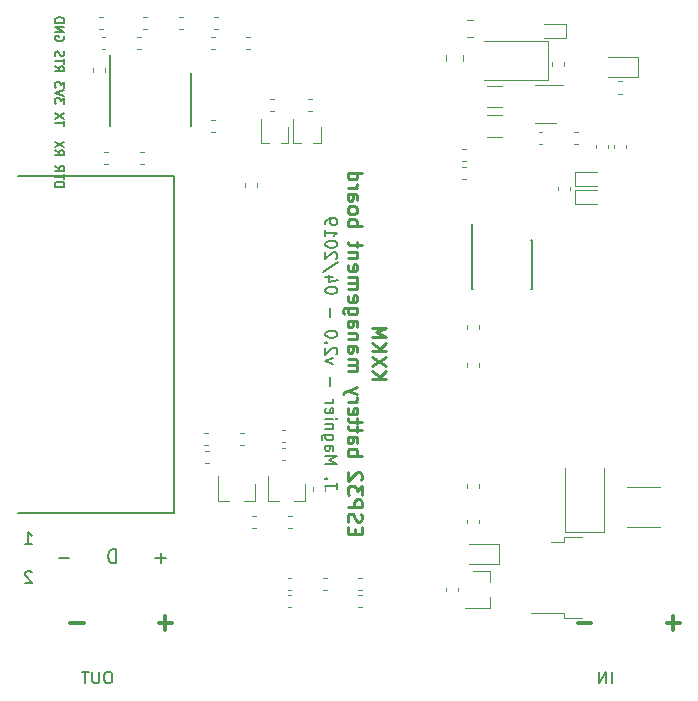
<source format=gbo>
G04 #@! TF.GenerationSoftware,KiCad,Pcbnew,5.1.0*
G04 #@! TF.CreationDate,2019-04-16T13:05:14+02:00*
G04 #@! TF.ProjectId,KXKM_audio_battery_module,4b584b4d-5f61-4756-9469-6f5f62617474,2.0*
G04 #@! TF.SameCoordinates,PX623a7c0PY839b680*
G04 #@! TF.FileFunction,Legend,Bot*
G04 #@! TF.FilePolarity,Positive*
%FSLAX46Y46*%
G04 Gerber Fmt 4.6, Leading zero omitted, Abs format (unit mm)*
G04 Created by KiCad (PCBNEW 5.1.0) date 2019-04-16 13:05:14*
%MOMM*%
%LPD*%
G04 APERTURE LIST*
%ADD10C,0.200000*%
%ADD11C,0.150000*%
%ADD12C,0.250000*%
%ADD13C,0.300000*%
%ADD14C,0.120000*%
G04 APERTURE END LIST*
D10*
X12542857Y10914286D02*
X11628571Y10914286D01*
X12085714Y10457143D02*
X12085714Y11371429D01*
X8314285Y10457143D02*
X8314285Y11657143D01*
X8028571Y11657143D01*
X7857142Y11600000D01*
X7742857Y11485715D01*
X7685714Y11371429D01*
X7628571Y11142858D01*
X7628571Y10971429D01*
X7685714Y10742858D01*
X7742857Y10628572D01*
X7857142Y10514286D01*
X8028571Y10457143D01*
X8314285Y10457143D01*
X4371428Y10914286D02*
X3457142Y10914286D01*
D11*
X50273809Y297620D02*
X50273809Y1297620D01*
X49797619Y297620D02*
X49797619Y1297620D01*
X49226190Y297620D01*
X49226190Y1297620D01*
X7750000Y1297620D02*
X7559523Y1297620D01*
X7464285Y1250000D01*
X7369047Y1154762D01*
X7321428Y964286D01*
X7321428Y630953D01*
X7369047Y440477D01*
X7464285Y345239D01*
X7559523Y297620D01*
X7750000Y297620D01*
X7845238Y345239D01*
X7940476Y440477D01*
X7988095Y630953D01*
X7988095Y964286D01*
X7940476Y1154762D01*
X7845238Y1250000D01*
X7750000Y1297620D01*
X6892857Y1297620D02*
X6892857Y488096D01*
X6845238Y392858D01*
X6797619Y345239D01*
X6702380Y297620D01*
X6511904Y297620D01*
X6416666Y345239D01*
X6369047Y392858D01*
X6321428Y488096D01*
X6321428Y1297620D01*
X5988095Y1297620D02*
X5416666Y1297620D01*
X5702380Y297620D02*
X5702380Y1297620D01*
X614285Y12097620D02*
X1185714Y12097620D01*
X900000Y12097620D02*
X900000Y13097620D01*
X995238Y12954762D01*
X1090476Y12859524D01*
X1185714Y12811905D01*
X1185714Y9702381D02*
X1138095Y9750000D01*
X1042857Y9797620D01*
X804761Y9797620D01*
X709523Y9750000D01*
X661904Y9702381D01*
X614285Y9607143D01*
X614285Y9511905D01*
X661904Y9369048D01*
X1233333Y8797620D01*
X614285Y8797620D01*
D10*
X13250000Y43250000D02*
X13250000Y38750000D01*
X0Y43250000D02*
X13250000Y43250000D01*
X13250000Y14750000D02*
X13250000Y38750000D01*
X0Y14750000D02*
X13250000Y14750000D01*
X27047619Y16726191D02*
X27047619Y17297620D01*
X26047619Y17011905D02*
X27047619Y17011905D01*
X26142857Y17630953D02*
X26095238Y17678572D01*
X26047619Y17630953D01*
X26095238Y17583334D01*
X26142857Y17630953D01*
X26047619Y17630953D01*
X26047619Y18869048D02*
X27047619Y18869048D01*
X26333333Y19202381D01*
X27047619Y19535715D01*
X26047619Y19535715D01*
X26047619Y20440477D02*
X26571428Y20440477D01*
X26666666Y20392858D01*
X26714285Y20297620D01*
X26714285Y20107143D01*
X26666666Y20011905D01*
X26095238Y20440477D02*
X26047619Y20345239D01*
X26047619Y20107143D01*
X26095238Y20011905D01*
X26190476Y19964286D01*
X26285714Y19964286D01*
X26380952Y20011905D01*
X26428571Y20107143D01*
X26428571Y20345239D01*
X26476190Y20440477D01*
X26714285Y21345239D02*
X25904761Y21345239D01*
X25809523Y21297620D01*
X25761904Y21250000D01*
X25714285Y21154762D01*
X25714285Y21011905D01*
X25761904Y20916667D01*
X26095238Y21345239D02*
X26047619Y21250000D01*
X26047619Y21059524D01*
X26095238Y20964286D01*
X26142857Y20916667D01*
X26238095Y20869048D01*
X26523809Y20869048D01*
X26619047Y20916667D01*
X26666666Y20964286D01*
X26714285Y21059524D01*
X26714285Y21250000D01*
X26666666Y21345239D01*
X26714285Y21821429D02*
X26047619Y21821429D01*
X26619047Y21821429D02*
X26666666Y21869048D01*
X26714285Y21964286D01*
X26714285Y22107143D01*
X26666666Y22202381D01*
X26571428Y22250000D01*
X26047619Y22250000D01*
X26047619Y22726191D02*
X26714285Y22726191D01*
X27047619Y22726191D02*
X27000000Y22678572D01*
X26952380Y22726191D01*
X27000000Y22773810D01*
X27047619Y22726191D01*
X26952380Y22726191D01*
X26095238Y23583334D02*
X26047619Y23488096D01*
X26047619Y23297620D01*
X26095238Y23202381D01*
X26190476Y23154762D01*
X26571428Y23154762D01*
X26666666Y23202381D01*
X26714285Y23297620D01*
X26714285Y23488096D01*
X26666666Y23583334D01*
X26571428Y23630953D01*
X26476190Y23630953D01*
X26380952Y23154762D01*
X26047619Y24059524D02*
X26714285Y24059524D01*
X26523809Y24059524D02*
X26619047Y24107143D01*
X26666666Y24154762D01*
X26714285Y24250000D01*
X26714285Y24345239D01*
X26428571Y25440477D02*
X26428571Y26202381D01*
X26714285Y27345239D02*
X26047619Y27583334D01*
X26714285Y27821429D01*
X26952380Y28154762D02*
X27000000Y28202381D01*
X27047619Y28297620D01*
X27047619Y28535715D01*
X27000000Y28630953D01*
X26952380Y28678572D01*
X26857142Y28726191D01*
X26761904Y28726191D01*
X26619047Y28678572D01*
X26047619Y28107143D01*
X26047619Y28726191D01*
X26142857Y29154762D02*
X26095238Y29202381D01*
X26047619Y29154762D01*
X26095238Y29107143D01*
X26142857Y29154762D01*
X26047619Y29154762D01*
X27047619Y29821429D02*
X27047619Y29916667D01*
X27000000Y30011905D01*
X26952380Y30059524D01*
X26857142Y30107143D01*
X26666666Y30154762D01*
X26428571Y30154762D01*
X26238095Y30107143D01*
X26142857Y30059524D01*
X26095238Y30011905D01*
X26047619Y29916667D01*
X26047619Y29821429D01*
X26095238Y29726191D01*
X26142857Y29678572D01*
X26238095Y29630953D01*
X26428571Y29583334D01*
X26666666Y29583334D01*
X26857142Y29630953D01*
X26952380Y29678572D01*
X27000000Y29726191D01*
X27047619Y29821429D01*
X26428571Y31345239D02*
X26428571Y32107143D01*
X27047619Y33535715D02*
X27047619Y33630953D01*
X27000000Y33726191D01*
X26952380Y33773810D01*
X26857142Y33821429D01*
X26666666Y33869048D01*
X26428571Y33869048D01*
X26238095Y33821429D01*
X26142857Y33773810D01*
X26095238Y33726191D01*
X26047619Y33630953D01*
X26047619Y33535715D01*
X26095238Y33440477D01*
X26142857Y33392858D01*
X26238095Y33345239D01*
X26428571Y33297620D01*
X26666666Y33297620D01*
X26857142Y33345239D01*
X26952380Y33392858D01*
X27000000Y33440477D01*
X27047619Y33535715D01*
X26714285Y34726191D02*
X26047619Y34726191D01*
X27095238Y34488096D02*
X26380952Y34250000D01*
X26380952Y34869048D01*
X27095238Y35964286D02*
X25809523Y35107143D01*
X26952380Y36250000D02*
X27000000Y36297620D01*
X27047619Y36392858D01*
X27047619Y36630953D01*
X27000000Y36726191D01*
X26952380Y36773810D01*
X26857142Y36821429D01*
X26761904Y36821429D01*
X26619047Y36773810D01*
X26047619Y36202381D01*
X26047619Y36821429D01*
X27047619Y37440477D02*
X27047619Y37535715D01*
X27000000Y37630953D01*
X26952380Y37678572D01*
X26857142Y37726191D01*
X26666666Y37773810D01*
X26428571Y37773810D01*
X26238095Y37726191D01*
X26142857Y37678572D01*
X26095238Y37630953D01*
X26047619Y37535715D01*
X26047619Y37440477D01*
X26095238Y37345239D01*
X26142857Y37297620D01*
X26238095Y37250000D01*
X26428571Y37202381D01*
X26666666Y37202381D01*
X26857142Y37250000D01*
X26952380Y37297620D01*
X27000000Y37345239D01*
X27047619Y37440477D01*
X26047619Y38726191D02*
X26047619Y38154762D01*
X26047619Y38440477D02*
X27047619Y38440477D01*
X26904761Y38345239D01*
X26809523Y38250000D01*
X26761904Y38154762D01*
X26047619Y39202381D02*
X26047619Y39392858D01*
X26095238Y39488096D01*
X26142857Y39535715D01*
X26285714Y39630953D01*
X26476190Y39678572D01*
X26857142Y39678572D01*
X26952380Y39630953D01*
X27000000Y39583334D01*
X27047619Y39488096D01*
X27047619Y39297620D01*
X27000000Y39202381D01*
X26952380Y39154762D01*
X26857142Y39107143D01*
X26619047Y39107143D01*
X26523809Y39154762D01*
X26476190Y39202381D01*
X26428571Y39297620D01*
X26428571Y39488096D01*
X26476190Y39583334D01*
X26523809Y39630953D01*
X26619047Y39678572D01*
D12*
X29982142Y26078572D02*
X31182142Y26078572D01*
X29982142Y26764286D02*
X30667857Y26250000D01*
X31182142Y26764286D02*
X30496428Y26078572D01*
X31182142Y27164286D02*
X29982142Y27964286D01*
X31182142Y27964286D02*
X29982142Y27164286D01*
X29982142Y28421429D02*
X31182142Y28421429D01*
X29982142Y29107143D02*
X30667857Y28592858D01*
X31182142Y29107143D02*
X30496428Y28421429D01*
X29982142Y29621429D02*
X31182142Y29621429D01*
X30325000Y30021429D01*
X31182142Y30421429D01*
X29982142Y30421429D01*
X28560714Y12964286D02*
X28560714Y13364286D01*
X27932142Y13535715D02*
X27932142Y12964286D01*
X29132142Y12964286D01*
X29132142Y13535715D01*
X27989285Y13992858D02*
X27932142Y14164286D01*
X27932142Y14450000D01*
X27989285Y14564286D01*
X28046428Y14621429D01*
X28160714Y14678572D01*
X28275000Y14678572D01*
X28389285Y14621429D01*
X28446428Y14564286D01*
X28503571Y14450000D01*
X28560714Y14221429D01*
X28617857Y14107143D01*
X28675000Y14050000D01*
X28789285Y13992858D01*
X28903571Y13992858D01*
X29017857Y14050000D01*
X29075000Y14107143D01*
X29132142Y14221429D01*
X29132142Y14507143D01*
X29075000Y14678572D01*
X27932142Y15192858D02*
X29132142Y15192858D01*
X29132142Y15650000D01*
X29075000Y15764286D01*
X29017857Y15821429D01*
X28903571Y15878572D01*
X28732142Y15878572D01*
X28617857Y15821429D01*
X28560714Y15764286D01*
X28503571Y15650000D01*
X28503571Y15192858D01*
X29132142Y16278572D02*
X29132142Y17021429D01*
X28675000Y16621429D01*
X28675000Y16792858D01*
X28617857Y16907143D01*
X28560714Y16964286D01*
X28446428Y17021429D01*
X28160714Y17021429D01*
X28046428Y16964286D01*
X27989285Y16907143D01*
X27932142Y16792858D01*
X27932142Y16450000D01*
X27989285Y16335715D01*
X28046428Y16278572D01*
X29017857Y17478572D02*
X29075000Y17535715D01*
X29132142Y17650000D01*
X29132142Y17935715D01*
X29075000Y18050000D01*
X29017857Y18107143D01*
X28903571Y18164286D01*
X28789285Y18164286D01*
X28617857Y18107143D01*
X27932142Y17421429D01*
X27932142Y18164286D01*
X27932142Y19592858D02*
X29132142Y19592858D01*
X28675000Y19592858D02*
X28732142Y19707143D01*
X28732142Y19935715D01*
X28675000Y20050000D01*
X28617857Y20107143D01*
X28503571Y20164286D01*
X28160714Y20164286D01*
X28046428Y20107143D01*
X27989285Y20050000D01*
X27932142Y19935715D01*
X27932142Y19707143D01*
X27989285Y19592858D01*
X27932142Y21192858D02*
X28560714Y21192858D01*
X28675000Y21135715D01*
X28732142Y21021429D01*
X28732142Y20792858D01*
X28675000Y20678572D01*
X27989285Y21192858D02*
X27932142Y21078572D01*
X27932142Y20792858D01*
X27989285Y20678572D01*
X28103571Y20621429D01*
X28217857Y20621429D01*
X28332142Y20678572D01*
X28389285Y20792858D01*
X28389285Y21078572D01*
X28446428Y21192858D01*
X28732142Y21592858D02*
X28732142Y22050000D01*
X29132142Y21764286D02*
X28103571Y21764286D01*
X27989285Y21821429D01*
X27932142Y21935715D01*
X27932142Y22050000D01*
X28732142Y22278572D02*
X28732142Y22735715D01*
X29132142Y22450000D02*
X28103571Y22450000D01*
X27989285Y22507143D01*
X27932142Y22621429D01*
X27932142Y22735715D01*
X27989285Y23592858D02*
X27932142Y23478572D01*
X27932142Y23250000D01*
X27989285Y23135715D01*
X28103571Y23078572D01*
X28560714Y23078572D01*
X28675000Y23135715D01*
X28732142Y23250000D01*
X28732142Y23478572D01*
X28675000Y23592858D01*
X28560714Y23650000D01*
X28446428Y23650000D01*
X28332142Y23078572D01*
X27932142Y24164286D02*
X28732142Y24164286D01*
X28503571Y24164286D02*
X28617857Y24221429D01*
X28675000Y24278572D01*
X28732142Y24392858D01*
X28732142Y24507143D01*
X28732142Y24792858D02*
X27932142Y25078572D01*
X28732142Y25364286D02*
X27932142Y25078572D01*
X27646428Y24964286D01*
X27589285Y24907143D01*
X27532142Y24792858D01*
X27932142Y26735715D02*
X28732142Y26735715D01*
X28617857Y26735715D02*
X28675000Y26792858D01*
X28732142Y26907143D01*
X28732142Y27078572D01*
X28675000Y27192858D01*
X28560714Y27250000D01*
X27932142Y27250000D01*
X28560714Y27250000D02*
X28675000Y27307143D01*
X28732142Y27421429D01*
X28732142Y27592858D01*
X28675000Y27707143D01*
X28560714Y27764286D01*
X27932142Y27764286D01*
X27932142Y28850000D02*
X28560714Y28850000D01*
X28675000Y28792858D01*
X28732142Y28678572D01*
X28732142Y28450000D01*
X28675000Y28335715D01*
X27989285Y28850000D02*
X27932142Y28735715D01*
X27932142Y28450000D01*
X27989285Y28335715D01*
X28103571Y28278572D01*
X28217857Y28278572D01*
X28332142Y28335715D01*
X28389285Y28450000D01*
X28389285Y28735715D01*
X28446428Y28850000D01*
X28732142Y29421429D02*
X27932142Y29421429D01*
X28617857Y29421429D02*
X28675000Y29478572D01*
X28732142Y29592858D01*
X28732142Y29764286D01*
X28675000Y29878572D01*
X28560714Y29935715D01*
X27932142Y29935715D01*
X27932142Y31021429D02*
X28560714Y31021429D01*
X28675000Y30964286D01*
X28732142Y30850000D01*
X28732142Y30621429D01*
X28675000Y30507143D01*
X27989285Y31021429D02*
X27932142Y30907143D01*
X27932142Y30621429D01*
X27989285Y30507143D01*
X28103571Y30450000D01*
X28217857Y30450000D01*
X28332142Y30507143D01*
X28389285Y30621429D01*
X28389285Y30907143D01*
X28446428Y31021429D01*
X28732142Y32107143D02*
X27760714Y32107143D01*
X27646428Y32050000D01*
X27589285Y31992858D01*
X27532142Y31878572D01*
X27532142Y31707143D01*
X27589285Y31592858D01*
X27989285Y32107143D02*
X27932142Y31992858D01*
X27932142Y31764286D01*
X27989285Y31650000D01*
X28046428Y31592858D01*
X28160714Y31535715D01*
X28503571Y31535715D01*
X28617857Y31592858D01*
X28675000Y31650000D01*
X28732142Y31764286D01*
X28732142Y31992858D01*
X28675000Y32107143D01*
X27989285Y33135715D02*
X27932142Y33021429D01*
X27932142Y32792858D01*
X27989285Y32678572D01*
X28103571Y32621429D01*
X28560714Y32621429D01*
X28675000Y32678572D01*
X28732142Y32792858D01*
X28732142Y33021429D01*
X28675000Y33135715D01*
X28560714Y33192858D01*
X28446428Y33192858D01*
X28332142Y32621429D01*
X27932142Y33707143D02*
X28732142Y33707143D01*
X28617857Y33707143D02*
X28675000Y33764286D01*
X28732142Y33878572D01*
X28732142Y34050000D01*
X28675000Y34164286D01*
X28560714Y34221429D01*
X27932142Y34221429D01*
X28560714Y34221429D02*
X28675000Y34278572D01*
X28732142Y34392858D01*
X28732142Y34564286D01*
X28675000Y34678572D01*
X28560714Y34735715D01*
X27932142Y34735715D01*
X27989285Y35764286D02*
X27932142Y35650000D01*
X27932142Y35421429D01*
X27989285Y35307143D01*
X28103571Y35250000D01*
X28560714Y35250000D01*
X28675000Y35307143D01*
X28732142Y35421429D01*
X28732142Y35650000D01*
X28675000Y35764286D01*
X28560714Y35821429D01*
X28446428Y35821429D01*
X28332142Y35250000D01*
X28732142Y36335715D02*
X27932142Y36335715D01*
X28617857Y36335715D02*
X28675000Y36392858D01*
X28732142Y36507143D01*
X28732142Y36678572D01*
X28675000Y36792858D01*
X28560714Y36850000D01*
X27932142Y36850000D01*
X28732142Y37250000D02*
X28732142Y37707143D01*
X29132142Y37421429D02*
X28103571Y37421429D01*
X27989285Y37478572D01*
X27932142Y37592858D01*
X27932142Y37707143D01*
X27932142Y39021429D02*
X29132142Y39021429D01*
X28675000Y39021429D02*
X28732142Y39135715D01*
X28732142Y39364286D01*
X28675000Y39478572D01*
X28617857Y39535715D01*
X28503571Y39592858D01*
X28160714Y39592858D01*
X28046428Y39535715D01*
X27989285Y39478572D01*
X27932142Y39364286D01*
X27932142Y39135715D01*
X27989285Y39021429D01*
X27932142Y40278572D02*
X27989285Y40164286D01*
X28046428Y40107143D01*
X28160714Y40050000D01*
X28503571Y40050000D01*
X28617857Y40107143D01*
X28675000Y40164286D01*
X28732142Y40278572D01*
X28732142Y40450000D01*
X28675000Y40564286D01*
X28617857Y40621429D01*
X28503571Y40678572D01*
X28160714Y40678572D01*
X28046428Y40621429D01*
X27989285Y40564286D01*
X27932142Y40450000D01*
X27932142Y40278572D01*
X27932142Y41707143D02*
X28560714Y41707143D01*
X28675000Y41650000D01*
X28732142Y41535715D01*
X28732142Y41307143D01*
X28675000Y41192858D01*
X27989285Y41707143D02*
X27932142Y41592858D01*
X27932142Y41307143D01*
X27989285Y41192858D01*
X28103571Y41135715D01*
X28217857Y41135715D01*
X28332142Y41192858D01*
X28389285Y41307143D01*
X28389285Y41592858D01*
X28446428Y41707143D01*
X27932142Y42278572D02*
X28732142Y42278572D01*
X28503571Y42278572D02*
X28617857Y42335715D01*
X28675000Y42392858D01*
X28732142Y42507143D01*
X28732142Y42621429D01*
X27932142Y43535715D02*
X29132142Y43535715D01*
X27989285Y43535715D02*
X27932142Y43421429D01*
X27932142Y43192858D01*
X27989285Y43078572D01*
X28046428Y43021429D01*
X28160714Y42964286D01*
X28503571Y42964286D01*
X28617857Y43021429D01*
X28675000Y43078572D01*
X28732142Y43192858D01*
X28732142Y43421429D01*
X28675000Y43535715D01*
D13*
X48571428Y5392858D02*
X47428571Y5392858D01*
X56071428Y5392858D02*
X54928571Y5392858D01*
X55500000Y4821429D02*
X55500000Y5964286D01*
X5571428Y5392858D02*
X4428571Y5392858D01*
X13071428Y5392858D02*
X11928571Y5392858D01*
X12500000Y4821429D02*
X12500000Y5964286D01*
D11*
X3138095Y42357143D02*
X3938095Y42357143D01*
X3938095Y42535715D01*
X3900000Y42642858D01*
X3823809Y42714286D01*
X3747619Y42750000D01*
X3595238Y42785715D01*
X3480952Y42785715D01*
X3328571Y42750000D01*
X3252380Y42714286D01*
X3176190Y42642858D01*
X3138095Y42535715D01*
X3138095Y42357143D01*
X3938095Y43000000D02*
X3938095Y43428572D01*
X3138095Y43214286D02*
X3938095Y43214286D01*
X3138095Y44107143D02*
X3519047Y43857143D01*
X3138095Y43678572D02*
X3938095Y43678572D01*
X3938095Y43964286D01*
X3900000Y44035715D01*
X3861904Y44071429D01*
X3785714Y44107143D01*
X3671428Y44107143D01*
X3595238Y44071429D01*
X3557142Y44035715D01*
X3519047Y43964286D01*
X3519047Y43678572D01*
X3138095Y45428572D02*
X3519047Y45178572D01*
X3138095Y45000000D02*
X3938095Y45000000D01*
X3938095Y45285715D01*
X3900000Y45357143D01*
X3861904Y45392858D01*
X3785714Y45428572D01*
X3671428Y45428572D01*
X3595238Y45392858D01*
X3557142Y45357143D01*
X3519047Y45285715D01*
X3519047Y45000000D01*
X3938095Y45678572D02*
X3138095Y46178572D01*
X3938095Y46178572D02*
X3138095Y45678572D01*
X3938095Y47500000D02*
X3938095Y47928572D01*
X3138095Y47714286D02*
X3938095Y47714286D01*
X3938095Y48107143D02*
X3138095Y48607143D01*
X3938095Y48607143D02*
X3138095Y48107143D01*
X3938095Y49392858D02*
X3938095Y49857143D01*
X3633333Y49607143D01*
X3633333Y49714286D01*
X3595238Y49785715D01*
X3557142Y49821429D01*
X3480952Y49857143D01*
X3290476Y49857143D01*
X3214285Y49821429D01*
X3176190Y49785715D01*
X3138095Y49714286D01*
X3138095Y49500000D01*
X3176190Y49428572D01*
X3214285Y49392858D01*
X3938095Y50071429D02*
X3138095Y50321429D01*
X3938095Y50571429D01*
X3938095Y50750000D02*
X3938095Y51214286D01*
X3633333Y50964286D01*
X3633333Y51071429D01*
X3595238Y51142858D01*
X3557142Y51178572D01*
X3480952Y51214286D01*
X3290476Y51214286D01*
X3214285Y51178572D01*
X3176190Y51142858D01*
X3138095Y51071429D01*
X3138095Y50857143D01*
X3176190Y50785715D01*
X3214285Y50750000D01*
X3138095Y52535715D02*
X3519047Y52285715D01*
X3138095Y52107143D02*
X3938095Y52107143D01*
X3938095Y52392858D01*
X3900000Y52464286D01*
X3861904Y52500000D01*
X3785714Y52535715D01*
X3671428Y52535715D01*
X3595238Y52500000D01*
X3557142Y52464286D01*
X3519047Y52392858D01*
X3519047Y52107143D01*
X3938095Y52750000D02*
X3938095Y53178572D01*
X3138095Y52964286D02*
X3938095Y52964286D01*
X3176190Y53392858D02*
X3138095Y53500000D01*
X3138095Y53678572D01*
X3176190Y53750000D01*
X3214285Y53785715D01*
X3290476Y53821429D01*
X3366666Y53821429D01*
X3442857Y53785715D01*
X3480952Y53750000D01*
X3519047Y53678572D01*
X3557142Y53535715D01*
X3595238Y53464286D01*
X3633333Y53428572D01*
X3709523Y53392858D01*
X3785714Y53392858D01*
X3861904Y53428572D01*
X3900000Y53464286D01*
X3938095Y53535715D01*
X3938095Y53714286D01*
X3900000Y53821429D01*
X3900000Y55107143D02*
X3938095Y55035715D01*
X3938095Y54928572D01*
X3900000Y54821429D01*
X3823809Y54750000D01*
X3747619Y54714286D01*
X3595238Y54678572D01*
X3480952Y54678572D01*
X3328571Y54714286D01*
X3252380Y54750000D01*
X3176190Y54821429D01*
X3138095Y54928572D01*
X3138095Y55000000D01*
X3176190Y55107143D01*
X3214285Y55142858D01*
X3480952Y55142858D01*
X3480952Y55000000D01*
X3138095Y55464286D02*
X3938095Y55464286D01*
X3138095Y55892858D01*
X3938095Y55892858D01*
X3138095Y56250000D02*
X3938095Y56250000D01*
X3938095Y56428572D01*
X3900000Y56535715D01*
X3823809Y56607143D01*
X3747619Y56642858D01*
X3595238Y56678572D01*
X3480952Y56678572D01*
X3328571Y56642858D01*
X3252380Y56607143D01*
X3176190Y56535715D01*
X3138095Y56428572D01*
X3138095Y56250000D01*
D14*
X25837221Y9260000D02*
X26162779Y9260000D01*
X25837221Y8240000D02*
X26162779Y8240000D01*
X40010000Y9830000D02*
X38550000Y9830000D01*
X40010000Y6670000D02*
X37850000Y6670000D01*
X40010000Y6670000D02*
X40010000Y7600000D01*
X40010000Y9830000D02*
X40010000Y8900000D01*
X23162779Y8240000D02*
X22837221Y8240000D01*
X23162779Y9260000D02*
X22837221Y9260000D01*
X22837221Y7760000D02*
X23162779Y7760000D01*
X22837221Y6740000D02*
X23162779Y6740000D01*
X28837221Y9260000D02*
X29162779Y9260000D01*
X28837221Y8240000D02*
X29162779Y8240000D01*
X29162779Y6740000D02*
X28837221Y6740000D01*
X29162779Y7760000D02*
X28837221Y7760000D01*
X24330000Y15740000D02*
X23400000Y15740000D01*
X21170000Y15740000D02*
X22100000Y15740000D01*
X21170000Y15740000D02*
X21170000Y17900000D01*
X24330000Y15740000D02*
X24330000Y17200000D01*
X20080000Y15740000D02*
X19150000Y15740000D01*
X16920000Y15740000D02*
X17850000Y15740000D01*
X16920000Y15740000D02*
X16920000Y17900000D01*
X20080000Y15740000D02*
X20080000Y17200000D01*
X47150000Y42400000D02*
X47150000Y43600000D01*
X49000000Y42400000D02*
X47150000Y42400000D01*
X49000000Y43600000D02*
X47150000Y43600000D01*
X36290000Y53508578D02*
X36290000Y52991422D01*
X37710000Y53508578D02*
X37710000Y52991422D01*
X46280000Y12230000D02*
X45180000Y12230000D01*
X46280000Y12700000D02*
X46280000Y12230000D01*
X47780000Y12700000D02*
X46280000Y12700000D01*
X46280000Y6270000D02*
X43450000Y6270000D01*
X46280000Y5800000D02*
X46280000Y6270000D01*
X47780000Y5800000D02*
X46280000Y5800000D01*
X44087221Y45990000D02*
X44412779Y45990000D01*
X44087221Y47010000D02*
X44412779Y47010000D01*
X47412779Y47010000D02*
X47087221Y47010000D01*
X47412779Y45990000D02*
X47087221Y45990000D01*
X50010000Y45912779D02*
X50010000Y45587221D01*
X48990000Y45912779D02*
X48990000Y45587221D01*
X50490000Y45587221D02*
X50490000Y45912779D01*
X51510000Y45587221D02*
X51510000Y45912779D01*
X25000000Y46020000D02*
X25660000Y46020000D01*
X23340000Y46020000D02*
X24000000Y46020000D01*
X23340000Y46020000D02*
X23340000Y48050000D01*
X25660000Y47430000D02*
X25660000Y46020000D01*
X16662779Y53990000D02*
X16337221Y53990000D01*
X16662779Y55010000D02*
X16337221Y55010000D01*
X19662779Y55010000D02*
X19337221Y55010000D01*
X19662779Y53990000D02*
X19337221Y53990000D01*
X18837221Y20490000D02*
X19162779Y20490000D01*
X18837221Y21510000D02*
X19162779Y21510000D01*
X6390000Y52362779D02*
X6390000Y52037221D01*
X7410000Y52362779D02*
X7410000Y52037221D01*
X16962779Y55690000D02*
X16637221Y55690000D01*
X16962779Y56710000D02*
X16637221Y56710000D01*
X13962779Y56710000D02*
X13637221Y56710000D01*
X13962779Y55690000D02*
X13637221Y55690000D01*
X6899721Y56710000D02*
X7225279Y56710000D01*
X6899721Y55690000D02*
X7225279Y55690000D01*
X10637221Y55690000D02*
X10962779Y55690000D01*
X10637221Y56710000D02*
X10962779Y56710000D01*
X40750000Y12100000D02*
X40750000Y10400000D01*
X40750000Y10400000D02*
X38200000Y10400000D01*
X40750000Y12100000D02*
X38200000Y12100000D01*
X22910000Y47430000D02*
X22910000Y46020000D01*
X20590000Y46020000D02*
X20590000Y48050000D01*
X20590000Y46020000D02*
X21250000Y46020000D01*
X22250000Y46020000D02*
X22910000Y46020000D01*
X22662779Y19240000D02*
X22337221Y19240000D01*
X22662779Y20260000D02*
X22337221Y20260000D01*
X7662779Y45260000D02*
X7337221Y45260000D01*
X7662779Y44240000D02*
X7337221Y44240000D01*
X22662779Y20740000D02*
X22337221Y20740000D01*
X22662779Y21760000D02*
X22337221Y21760000D01*
X24912779Y49760000D02*
X24587221Y49760000D01*
X24912779Y48740000D02*
X24587221Y48740000D01*
X21337221Y49760000D02*
X21662779Y49760000D01*
X21337221Y48740000D02*
X21662779Y48740000D01*
X37990000Y17162779D02*
X37990000Y16837221D01*
X39010000Y17162779D02*
X39010000Y16837221D01*
X22874721Y14510000D02*
X23200279Y14510000D01*
X22874721Y13490000D02*
X23200279Y13490000D01*
X19837221Y13490000D02*
X20162779Y13490000D01*
X19837221Y14510000D02*
X20162779Y14510000D01*
X26010000Y16587221D02*
X26010000Y16912779D01*
X24990000Y16587221D02*
X24990000Y16912779D01*
X15837221Y18990000D02*
X16162779Y18990000D01*
X15837221Y20010000D02*
X16162779Y20010000D01*
X19240000Y42337221D02*
X19240000Y42662779D01*
X20260000Y42337221D02*
X20260000Y42662779D01*
X37260000Y8087221D02*
X37260000Y8412779D01*
X36240000Y8087221D02*
X36240000Y8412779D01*
X44900000Y54650000D02*
X44900000Y51350000D01*
X44900000Y51350000D02*
X39500000Y51350000D01*
X44900000Y54650000D02*
X39500000Y54650000D01*
X44550000Y54900000D02*
X46400000Y54900000D01*
X44550000Y56100000D02*
X46400000Y56100000D01*
X46400000Y56100000D02*
X46400000Y54900000D01*
X47150000Y40900000D02*
X47150000Y42100000D01*
X49000000Y40900000D02*
X47150000Y40900000D01*
X49000000Y42100000D02*
X47150000Y42100000D01*
X16125279Y20490000D02*
X15799721Y20490000D01*
X16125279Y21510000D02*
X15799721Y21510000D01*
X37990000Y30662779D02*
X37990000Y30337221D01*
X39010000Y30662779D02*
X39010000Y30337221D01*
X45240000Y52587221D02*
X45240000Y52912779D01*
X46260000Y52587221D02*
X46260000Y52912779D01*
X16337221Y48010000D02*
X16662779Y48010000D01*
X16337221Y46990000D02*
X16662779Y46990000D01*
X10412779Y55010000D02*
X10087221Y55010000D01*
X10412779Y53990000D02*
X10087221Y53990000D01*
X10337221Y45260000D02*
X10662779Y45260000D01*
X10337221Y44240000D02*
X10662779Y44240000D01*
X7087221Y53990000D02*
X7412779Y53990000D01*
X7087221Y55010000D02*
X7412779Y55010000D01*
X37991422Y56460000D02*
X38508578Y56460000D01*
X37991422Y55040000D02*
X38508578Y55040000D01*
X40952064Y50910000D02*
X39747936Y50910000D01*
X40952064Y49090000D02*
X39747936Y49090000D01*
X40952064Y46590000D02*
X39747936Y46590000D01*
X40952064Y48410000D02*
X39747936Y48410000D01*
X52500000Y53350000D02*
X52500000Y51650000D01*
X52500000Y51650000D02*
X49950000Y51650000D01*
X52500000Y53350000D02*
X49950000Y53350000D01*
D11*
X38425000Y37825000D02*
X38475000Y37825000D01*
X38425000Y33675000D02*
X38570000Y33675000D01*
X43575000Y33675000D02*
X43430000Y33675000D01*
X43575000Y37825000D02*
X43430000Y37825000D01*
X38425000Y37825000D02*
X38425000Y33675000D01*
X43575000Y37825000D02*
X43575000Y33675000D01*
X38475000Y37825000D02*
X38475000Y39225000D01*
X14700000Y51975000D02*
X14700000Y47525000D01*
X7800000Y53500000D02*
X7800000Y47525000D01*
D14*
X45550000Y47740000D02*
X43750000Y47740000D01*
X43750000Y50960000D02*
X46200000Y50960000D01*
X50837221Y50240000D02*
X51162779Y50240000D01*
X50837221Y51260000D02*
X51162779Y51260000D01*
X46760000Y42362779D02*
X46760000Y42037221D01*
X45740000Y42362779D02*
X45740000Y42037221D01*
X39010000Y27087221D02*
X39010000Y27412779D01*
X37990000Y27087221D02*
X37990000Y27412779D01*
X37990000Y14162779D02*
X37990000Y13837221D01*
X39010000Y14162779D02*
X39010000Y13837221D01*
X37912779Y44010000D02*
X37587221Y44010000D01*
X37912779Y42990000D02*
X37587221Y42990000D01*
X37587221Y44490000D02*
X37912779Y44490000D01*
X37587221Y45510000D02*
X37912779Y45510000D01*
X49650000Y13100000D02*
X46350000Y13100000D01*
X46350000Y13100000D02*
X46350000Y18500000D01*
X49650000Y13100000D02*
X49650000Y18500000D01*
X51613748Y13540000D02*
X54386252Y13540000D01*
X51613748Y16960000D02*
X54386252Y16960000D01*
M02*

</source>
